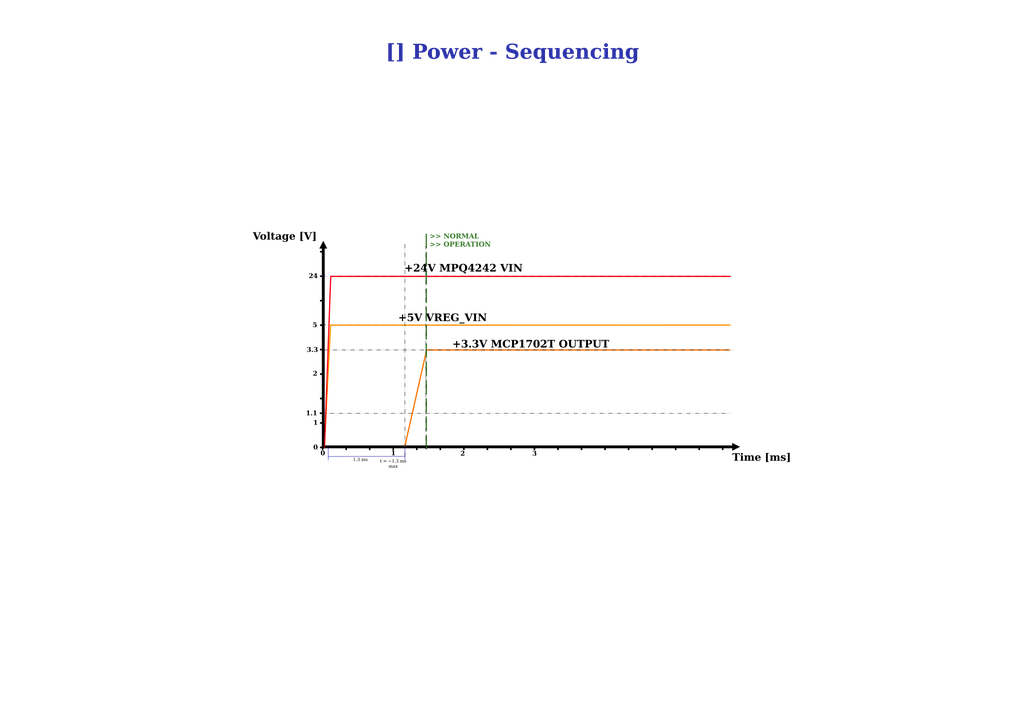
<source format=kicad_sch>
(kicad_sch
	(version 20250114)
	(generator "eeschema")
	(generator_version "9.0")
	(uuid "26e99a33-043b-499d-a26e-816ff79b487a")
	(paper "A3")
	(title_block
		(title "Power - Sequencing")
		(date "2025-01-12")
		(rev "${REVISION}")
		(company "${COMPANY}")
	)
	(lib_symbols)
	(rectangle
		(start 132.08 101.219)
		(end 133.096 183.769)
		(stroke
			(width 0)
			(type default)
			(color 0 0 0 1)
		)
		(fill
			(type color)
			(color 0 0 0 1)
		)
		(uuid 19210730-3421-4864-af6c-14d3c68ea47c)
	)
	(rectangle
		(start 276.86 183.007)
		(end 277.368 184.531)
		(stroke
			(width 0)
			(type default)
			(color 0 0 0 1)
		)
		(fill
			(type color)
			(color 0 0 0 1)
		)
		(uuid 1ca80d28-3f15-4416-a2aa-413a0e27da0a)
	)
	(rectangle
		(start 132.08 182.753)
		(end 300.482 183.769)
		(stroke
			(width 0)
			(type default)
			(color 0 0 0 1)
		)
		(fill
			(type color)
			(color 0 0 0 1)
		)
		(uuid 2906cb38-0b39-4dcb-a85a-2c96e43e13c3)
	)
	(rectangle
		(start 131.318 102.997)
		(end 132.842 103.505)
		(stroke
			(width 0)
			(type default)
			(color 0 0 0 1)
		)
		(fill
			(type color)
			(color 0 0 0 1)
		)
		(uuid 334719a5-6d79-4cff-b9e0-529be8743d1f)
	)
	(rectangle
		(start 131.2615 169.2403)
		(end 132.7855 169.7483)
		(stroke
			(width 0)
			(type default)
			(color 0 0 0 1)
		)
		(fill
			(type color)
			(color 0 0 0 1)
		)
		(uuid 345f571f-26ea-4256-aa3a-8af5558208e6)
	)
	(rectangle
		(start 257.556 183.007)
		(end 258.064 184.531)
		(stroke
			(width 0)
			(type default)
			(color 0 0 0 1)
		)
		(fill
			(type color)
			(color 0 0 0 1)
		)
		(uuid 41b97c95-f436-4f74-944e-4becc5c05da3)
	)
	(rectangle
		(start 132.08 183.007)
		(end 132.588 184.531)
		(stroke
			(width 0)
			(type default)
			(color 0 0 0 1)
		)
		(fill
			(type color)
			(color 0 0 0 1)
		)
		(uuid 49dd60ed-cba8-4046-9227-5ecba42958f8)
	)
	(rectangle
		(start 199.644 183.007)
		(end 200.152 184.531)
		(stroke
			(width 0)
			(type default)
			(color 0 0 0 1)
		)
		(fill
			(type color)
			(color 0 0 0 1)
		)
		(uuid 49ea2d21-d88f-4f95-8c94-e192896cd7b9)
	)
	(rectangle
		(start 247.904 183.007)
		(end 248.412 184.531)
		(stroke
			(width 0)
			(type default)
			(color 0 0 0 1)
		)
		(fill
			(type color)
			(color 0 0 0 1)
		)
		(uuid 584d5587-4a2c-4910-9f5c-ab5410b8d2ef)
	)
	(rectangle
		(start 267.208 183.007)
		(end 267.716 184.531)
		(stroke
			(width 0)
			(type default)
			(color 0 0 0 1)
		)
		(fill
			(type color)
			(color 0 0 0 1)
		)
		(uuid 616ffcd0-45d3-49fc-bcde-f4e88d10b6de)
	)
	(rectangle
		(start 131.318 173.228)
		(end 132.842 173.736)
		(stroke
			(width 0)
			(type default)
			(color 0 0 0 1)
		)
		(fill
			(type color)
			(color 0 0 0 1)
		)
		(uuid 66317a69-251c-4510-8cb1-4ca6080a75fe)
	)
	(rectangle
		(start 286.512 183.007)
		(end 287.02 184.531)
		(stroke
			(width 0)
			(type default)
			(color 0 0 0 1)
		)
		(fill
			(type color)
			(color 0 0 0 1)
		)
		(uuid 74c4edd7-5f25-4216-bee2-626ff79052ea)
	)
	(rectangle
		(start 131.318 113.03)
		(end 132.842 113.538)
		(stroke
			(width 0)
			(type default)
			(color 0 0 0 1)
		)
		(fill
			(type color)
			(color 0 0 0 1)
		)
		(uuid 777e0c92-69f8-464c-9de6-bda92dcb93db)
	)
	(rectangle
		(start 209.296 183.007)
		(end 209.804 184.531)
		(stroke
			(width 0)
			(type default)
			(color 0 0 0 1)
		)
		(fill
			(type color)
			(color 0 0 0 1)
		)
		(uuid 8418a7d9-85ff-45db-92ed-e811520ee199)
	)
	(rectangle
		(start 228.6 183.007)
		(end 229.108 184.531)
		(stroke
			(width 0)
			(type default)
			(color 0 0 0 1)
		)
		(fill
			(type color)
			(color 0 0 0 1)
		)
		(uuid 878bc62c-9930-43cc-88d4-a7977c36d4a0)
	)
	(rectangle
		(start 296.164 183.007)
		(end 296.672 184.531)
		(stroke
			(width 0)
			(type default)
			(color 0 0 0 1)
		)
		(fill
			(type color)
			(color 0 0 0 1)
		)
		(uuid 8846f58c-551c-4513-b52c-f9f9879e9bf5)
	)
	(rectangle
		(start 131.318 143.129)
		(end 132.842 143.637)
		(stroke
			(width 0)
			(type default)
			(color 0 0 0 1)
		)
		(fill
			(type color)
			(color 0 0 0 1)
		)
		(uuid 8ad88dda-9478-4963-8520-41bfa235d236)
	)
	(rectangle
		(start 170.688 183.007)
		(end 171.196 184.531)
		(stroke
			(width 0)
			(type default)
			(color 0 0 0 1)
		)
		(fill
			(type color)
			(color 0 0 0 1)
		)
		(uuid 928feb2d-6072-4041-8bb6-c35203c255b0)
	)
	(rectangle
		(start 189.992 183.007)
		(end 190.5 184.531)
		(stroke
			(width 0)
			(type default)
			(color 0 0 0 1)
		)
		(fill
			(type color)
			(color 0 0 0 1)
		)
		(uuid 9db1c5dd-0069-485a-bae6-3c75d933a70a)
	)
	(rectangle
		(start 180.34 183.007)
		(end 180.848 184.531)
		(stroke
			(width 0)
			(type default)
			(color 0 0 0 1)
		)
		(fill
			(type color)
			(color 0 0 0 1)
		)
		(uuid a010f002-9ca1-4936-8ac9-4ff0c5579b2f)
	)
	(rectangle
		(start 218.948 183.007)
		(end 219.456 184.531)
		(stroke
			(width 0)
			(type default)
			(color 0 0 0 1)
		)
		(fill
			(type color)
			(color 0 0 0 1)
		)
		(uuid a6ecd42e-e547-4e3a-b528-2c050db61570)
	)
	(rectangle
		(start 141.732 183.007)
		(end 142.24 184.531)
		(stroke
			(width 0)
			(type default)
			(color 0 0 0 1)
		)
		(fill
			(type color)
			(color 0 0 0 1)
		)
		(uuid a8d7d844-d464-4e46-a2e9-43ce3a52b56d)
	)
	(rectangle
		(start 238.252 183.007)
		(end 238.76 184.531)
		(stroke
			(width 0)
			(type default)
			(color 0 0 0 1)
		)
		(fill
			(type color)
			(color 0 0 0 1)
		)
		(uuid b47fefae-6708-4ab5-ab5d-ad7326550712)
	)
	(rectangle
		(start 131.318 183.261)
		(end 132.842 183.769)
		(stroke
			(width 0)
			(type default)
			(color 0 0 0 1)
		)
		(fill
			(type color)
			(color 0 0 0 1)
		)
		(uuid da7f23d6-c4e2-4d41-b6ad-892d43c05038)
	)
	(rectangle
		(start 161.036 183.007)
		(end 161.544 184.531)
		(stroke
			(width 0)
			(type default)
			(color 0 0 0 1)
		)
		(fill
			(type color)
			(color 0 0 0 1)
		)
		(uuid dd3667b2-f902-4e9b-ab75-a5ea6ee4b59f)
	)
	(rectangle
		(start 131.318 123.063)
		(end 132.842 123.571)
		(stroke
			(width 0)
			(type default)
			(color 0 0 0 1)
		)
		(fill
			(type color)
			(color 0 0 0 1)
		)
		(uuid dfbc620c-d5b4-45f1-8d76-86ab614199b1)
	)
	(rectangle
		(start 131.318 133.096)
		(end 132.842 133.604)
		(stroke
			(width 0)
			(type default)
			(color 0 0 0 1)
		)
		(fill
			(type color)
			(color 0 0 0 1)
		)
		(uuid ec608803-f220-4d79-a0da-9941d90a54d3)
	)
	(rectangle
		(start 131.318 163.195)
		(end 132.842 163.703)
		(stroke
			(width 0)
			(type default)
			(color 0 0 0 1)
		)
		(fill
			(type color)
			(color 0 0 0 1)
		)
		(uuid efeb9ebf-636a-42ba-9127-a602650476c3)
	)
	(rectangle
		(start 151.384 183.007)
		(end 151.892 184.531)
		(stroke
			(width 0)
			(type default)
			(color 0 0 0 1)
		)
		(fill
			(type color)
			(color 0 0 0 1)
		)
		(uuid f466cfde-1e67-46d4-a2dc-da4000a28b97)
	)
	(rectangle
		(start 131.318 153.162)
		(end 132.842 153.67)
		(stroke
			(width 0)
			(type default)
			(color 0 0 0 1)
		)
		(fill
			(type color)
			(color 0 0 0 1)
		)
		(uuid ffa45646-9489-4f43-a0ee-4e60dc06be5e)
	)
	(text "Time [ms]"
		(exclude_from_sim no)
		(at 300.355 190.5 0)
		(effects
			(font
				(face "Times New Roman")
				(size 3 3)
				(thickness 0.4)
				(bold yes)
				(color 0 0 0 1)
			)
			(justify left bottom)
		)
		(uuid "4f732de9-564a-4504-8597-b7ebb2e2ac22")
	)
	(text ">> NORMAL \n>> OPERATION"
		(exclude_from_sim no)
		(at 176.2442 102.2628 0)
		(effects
			(font
				(face "Times New Roman")
				(size 2 2)
				(thickness 0.4)
				(bold yes)
				(color 53 123 38 1)
			)
			(justify left bottom)
		)
		(uuid "fe7a1635-6af6-49fe-9faa-47312e8be865")
	)
	(text "Voltage [V]"
		(exclude_from_sim no)
		(at 129.921 99.822 0)
		(effects
			(font
				(face "Times New Roman")
				(size 3 3)
				(thickness 0.4)
				(bold yes)
				(color 0 0 0 1)
			)
			(justify right bottom)
		)
		(uuid "fed32974-b76d-41da-aced-1c3bde8f6dcc")
	)
	(text_box "+24V MPQ4242 VIN"
		(exclude_from_sim no)
		(at 163.576 106.045 0)
		(size 73.66 7.62)
		(margins 2.2859 2.2859 2.2859 2.2859)
		(stroke
			(width -0.0001)
			(type solid)
		)
		(fill
			(type none)
		)
		(effects
			(font
				(face "Times New Roman")
				(size 3.048 3.048)
				(thickness 0.4572)
				(bold yes)
				(color 0 0 0 1)
			)
			(justify left top)
		)
		(uuid "0d5fbced-40d0-4d9f-881c-b149734248b1")
	)
	(text_box "3"
		(exclude_from_sim no)
		(at 217.5192 184.8128 0)
		(size 3.429 2.54)
		(margins 0.9524 0.9524 0.9524 0.9524)
		(stroke
			(width -0.0001)
			(type solid)
		)
		(fill
			(type none)
		)
		(effects
			(font
				(face "Times New Roman")
				(size 1.905 1.905)
				(bold yes)
				(color 0 0 0 1)
			)
		)
		(uuid "1503e446-992f-4f8e-a74a-06a6eb87d424")
	)
	(text_box "5"
		(exclude_from_sim no)
		(at 124.1742 132.1078 0)
		(size 6.858 2.54)
		(margins 0.9524 0.9524 0.9524 0.9524)
		(stroke
			(width -0.0001)
			(type solid)
		)
		(fill
			(type none)
		)
		(effects
			(font
				(face "Times New Roman")
				(size 1.905 1.905)
				(bold yes)
				(color 0 0 0 1)
			)
			(justify right)
		)
		(uuid "29178aea-3b4c-438a-8cb9-541c4456a7bd")
	)
	(text_box "1.1"
		(exclude_from_sim no)
		(at 124.206 168.275 0)
		(size 6.858 2.54)
		(margins 0.9524 0.9524 0.9524 0.9524)
		(stroke
			(width -0.0001)
			(type solid)
		)
		(fill
			(type none)
		)
		(effects
			(font
				(face "Times New Roman")
				(size 1.905 1.905)
				(bold yes)
				(color 0 0 0 1)
			)
			(justify right)
		)
		(uuid "3fd1fc81-9a15-429e-9afa-b555540fe8f1")
	)
	(text_box "t = ~1.3 ms max"
		(exclude_from_sim no)
		(at 154.2873 188.96 0)
		(size 13.9699 2.54)
		(margins 0.9524 0.9524 0.9524 0.9524)
		(stroke
			(width -0.0001)
			(type solid)
		)
		(fill
			(type none)
		)
		(effects
			(font
				(face "Times New Roman")
				(size 1.27 1.27)
				(color 0 0 0 1)
			)
		)
		(uuid "43806e72-4d8f-41b7-9ce5-cb5ab67c2929")
	)
	(text_box "24"
		(exclude_from_sim no)
		(at 124.4346 111.9886 0)
		(size 6.858 2.54)
		(margins 0.9524 0.9524 0.9524 0.9524)
		(stroke
			(width -0.0001)
			(type solid)
		)
		(fill
			(type none)
		)
		(effects
			(font
				(face "Times New Roman")
				(size 1.905 1.905)
				(bold yes)
				(color 0 0 0 1)
			)
			(justify right)
		)
		(uuid "55e25fb9-f24f-4a4f-ad67-c3466c22ab27")
	)
	(text_box "1"
		(exclude_from_sim no)
		(at 124.4346 172.1866 0)
		(size 6.858 2.54)
		(margins 0.9524 0.9524 0.9524 0.9524)
		(stroke
			(width -0.0001)
			(type default)
		)
		(fill
			(type none)
		)
		(effects
			(font
				(face "Times New Roman")
				(size 1.905 1.905)
				(bold yes)
				(color 0 0 0 1)
			)
			(justify right)
		)
		(uuid "79b7beea-0ade-450f-83f0-a248f4e2badc")
	)
	(text_box "[${#}] ${TITLE}"
		(exclude_from_sim no)
		(at 12.7 15.24 0)
		(size 394.97 12.7)
		(margins 4.4999 4.4999 4.4999 4.4999)
		(stroke
			(width -0.0001)
			(type default)
		)
		(fill
			(type none)
		)
		(effects
			(font
				(face "Times New Roman")
				(size 6 6)
				(thickness 1.2)
				(bold yes)
				(color 43 49 168 1)
			)
		)
		(uuid "80f76b8d-52cb-49fe-9647-9cd8137cf5f3")
	)
	(text_box "+5V VREG_VIN"
		(exclude_from_sim no)
		(at 161.036 126.365 0)
		(size 73.66 7.62)
		(margins 2.2859 2.2859 2.2859 2.2859)
		(stroke
			(width -0.0001)
			(type solid)
		)
		(fill
			(type none)
		)
		(effects
			(font
				(face "Times New Roman")
				(size 3.048 3.048)
				(thickness 0.4572)
				(bold yes)
				(color 0 0 0 1)
			)
			(justify left top)
		)
		(uuid "93784885-41cd-49f2-81ba-8a264eed7a87")
	)
	(text_box "2"
		(exclude_from_sim no)
		(at 124.264 152.027 0)
		(size 6.858 2.54)
		(margins 0.9524 0.9524 0.9524 0.9524)
		(stroke
			(width -0.0001)
			(type default)
		)
		(fill
			(type none)
		)
		(effects
			(font
				(face "Times New Roman")
				(size 1.905 1.905)
				(bold yes)
				(color 0 0 0 1)
			)
			(justify right)
		)
		(uuid "a4133cad-3929-4307-9d09-92a3960fa150")
	)
	(text_box "▼"
		(exclude_from_sim no)
		(at 300.482 181.991 90)
		(size 2.54 2.54)
		(margins 2.2499 2.2499 2.2499 2.2499)
		(stroke
			(width -0.0001)
			(type default)
		)
		(fill
			(type none)
		)
		(effects
			(font
				(face "Times New Roman")
				(size 3 3)
				(color 0 0 0 1)
			)
		)
		(uuid "c68c1cc7-29d6-4d48-b036-472aa42ce160")
	)
	(text_box "3.3"
		(exclude_from_sim no)
		(at 124.5332 142.2469 0)
		(size 6.858 2.54)
		(margins 0.9524 0.9524 0.9524 0.9524)
		(stroke
			(width -0.0001)
			(type default)
		)
		(fill
			(type none)
		)
		(effects
			(font
				(face "Times New Roman")
				(size 1.905 1.905)
				(bold yes)
				(color 0 0 0 1)
			)
			(justify right)
		)
		(uuid "caca0215-43b9-4d3b-9c6b-4632645b9c1b")
	)
	(text_box "1"
		(exclude_from_sim no)
		(at 159.6136 184.6326 0)
		(size 3.429 2.54)
		(margins 0.9524 0.9524 0.9524 0.9524)
		(stroke
			(width -0.0001)
			(type solid)
		)
		(fill
			(type none)
		)
		(effects
			(font
				(face "Times New Roman")
				(size 1.905 1.905)
				(bold yes)
				(color 0 0 0 1)
			)
		)
		(uuid "cb139419-52e1-4f8c-8747-d27ea5a9f285")
	)
	(text_box "▲"
		(exclude_from_sim no)
		(at 131.318 98.933 0)
		(size 2.54 2.54)
		(margins 2.2499 2.2499 2.2499 2.2499)
		(stroke
			(width -0.0001)
			(type default)
		)
		(fill
			(type none)
		)
		(effects
			(font
				(face "Times New Roman")
				(size 3 3)
				(color 0 0 0 1)
			)
		)
		(uuid "ce862c32-942d-4261-b78d-c881c538d6d7")
	)
	(text_box "1.3 ms"
		(exclude_from_sim no)
		(at 134.5946 187.2996 0)
		(size 26.4414 2.54)
		(margins 0.9524 0.9524 0.9524 0.9524)
		(stroke
			(width -0.0001)
			(type solid)
		)
		(fill
			(type none)
		)
		(effects
			(font
				(face "Times New Roman")
				(size 1.27 1.27)
				(color 0 0 0 1)
			)
		)
		(uuid "d2d5961f-15ca-47f8-a00b-c90f1408965d")
	)
	(text_box "0"
		(exclude_from_sim no)
		(at 124.46 182.245 0)
		(size 6.858 2.54)
		(margins 0.9524 0.9524 0.9524 0.9524)
		(stroke
			(width -0.0001)
			(type default)
		)
		(fill
			(type none)
		)
		(effects
			(font
				(face "Times New Roman")
				(size 1.905 1.905)
				(bold yes)
				(color 0 0 0 1)
			)
			(justify right)
		)
		(uuid "d4d28267-8952-4967-8db5-755e9815b13e")
	)
	(text_box "0"
		(exclude_from_sim no)
		(at 130.683 184.658 0)
		(size 3.429 2.54)
		(margins 0.9524 0.9524 0.9524 0.9524)
		(stroke
			(width -0.0001)
			(type default)
		)
		(fill
			(type none)
		)
		(effects
			(font
				(face "Times New Roman")
				(size 1.905 1.905)
				(bold yes)
				(color 0 0 0 1)
			)
		)
		(uuid "e30e5330-46be-4646-9d04-064c6cb614e9")
	)
	(text_box "+3.3V MCP1702T OUTPUT"
		(exclude_from_sim no)
		(at 183.2292 137.1878 0)
		(size 73.66 7.62)
		(margins 2.2859 2.2859 2.2859 2.2859)
		(stroke
			(width -0.0001)
			(type solid)
		)
		(fill
			(type none)
		)
		(effects
			(font
				(face "Times New Roman")
				(size 3.048 3.048)
				(thickness 0.4572)
				(bold yes)
				(color 0 0 0 1)
			)
			(justify left top)
		)
		(uuid "e9b7c785-95ad-4078-a237-18a2e7e95024")
	)
	(text_box "2"
		(exclude_from_sim no)
		(at 188.0552 184.8128 0)
		(size 3.429 2.54)
		(margins 0.9524 0.9524 0.9524 0.9524)
		(stroke
			(width -0.0001)
			(type solid)
		)
		(fill
			(type none)
		)
		(effects
			(font
				(face "Times New Roman")
				(size 1.905 1.905)
				(bold yes)
				(color 0 0 0 1)
			)
		)
		(uuid "ecb67e85-5a27-4eb0-b04d-0daef61777c3")
	)
	(polyline
		(pts
			(xy 134.6454 187.2234) (xy 165.8509 187.188)
		)
		(stroke
			(width 0)
			(type default)
		)
		(uuid "0042dfeb-de58-44b6-a246-4d144b575785")
	)
	(polyline
		(pts
			(xy 131.826 169.545) (xy 299.466 169.545)
		)
		(stroke
			(width 0)
			(type dash_dot_dot)
			(color 0 0 0 0.5)
		)
		(uuid "0ae464e8-6dfd-4ddb-b943-7d20940f9105")
	)
	(polyline
		(pts
			(xy 135.7035 113.3736) (xy 299.5335 113.3736)
		)
		(stroke
			(width 0.5)
			(type default)
			(color 255 0 21 1)
		)
		(uuid "1ff89e25-773a-4f8d-8bf4-9df321bd5651")
	)
	(polyline
		(pts
			(xy 131.9232 133.2331) (xy 299.5632 133.2331)
		)
		(stroke
			(width 0)
			(type dash_dot_dot)
			(color 0 0 0 0.5)
		)
		(uuid "21c387ee-789a-4a36-b217-c50fd0dd1441")
	)
	(polyline
		(pts
			(xy 133.0642 182.9078) (xy 135.6042 133.3778)
		)
		(stroke
			(width 0.5)
			(type default)
			(color 255 148 0 1)
		)
		(uuid "2df874c3-dc65-4301-89cd-2b0c98b30976")
	)
	(polyline
		(pts
			(xy 166.0842 187.3528) (xy 166.0842 99.7228)
		)
		(stroke
			(width 0)
			(type dash_dot_dot)
			(color 0 0 0 0.5)
		)
		(uuid "651ff861-d1ab-4cee-ad47-b45bd02349af")
	)
	(polyline
		(pts
			(xy 131.8198 113.2219) (xy 299.4598 113.2219)
		)
		(stroke
			(width 0)
			(type dash_dot_dot)
		)
		(uuid "7bd37d2e-2312-4ae4-a058-63ecd784f788")
	)
	(polyline
		(pts
			(xy 135.6042 133.3778) (xy 299.4015 133.3269)
		)
		(stroke
			(width 0.5)
			(type default)
			(color 255 148 0 1)
		)
		(uuid "83e27ace-e0f3-45f7-9786-015a0cb41e66")
	)
	(polyline
		(pts
			(xy 174.6898 184.2887) (xy 174.6898 101.0052)
		)
		(stroke
			(width 0)
			(type dash_dot_dot)
			(color 0 0 0 0.5)
		)
		(uuid "852f92f5-32c2-47ad-b752-dd432f43264c")
	)
	(polyline
		(pts
			(xy 134.5946 183.2356) (xy 134.5946 188.4426)
		)
		(stroke
			(width 0)
			(type default)
		)
		(uuid "977873e6-4185-49ab-99a2-4821332ec3dd")
	)
	(polyline
		(pts
			(xy 166.0842 182.9078) (xy 174.9742 143.5378)
		)
		(stroke
			(width 0.5)
			(type default)
			(color 255 115 0 1)
		)
		(uuid "a06c3f95-43d8-4552-9aa7-38ebf87393d9")
	)
	(polyline
		(pts
			(xy 166.0842 183.5428) (xy 166.0842 188.6228)
		)
		(stroke
			(width 0)
			(type default)
		)
		(uuid "a3871a55-2b0c-478f-9028-ec0c1c33f8f4")
	)
	(polyline
		(pts
			(xy 134.5946 188.4426) (xy 134.5946 189.7126)
		)
		(stroke
			(width 0)
			(type dot)
		)
		(uuid "b6d783b1-447e-4602-967b-03984737310e")
	)
	(polyline
		(pts
			(xy 174.8472 184.0508) (xy 174.8472 96.0398)
		)
		(stroke
			(width 0.5)
			(type dash)
			(color 53 123 38 1)
		)
		(uuid "bc85d6d9-a037-4595-ba39-550a7cb32878")
	)
	(polyline
		(pts
			(xy 174.9742 143.5378) (xy 299.1961 143.5386)
		)
		(stroke
			(width 0.5)
			(type default)
			(color 255 115 0 1)
		)
		(uuid "be8b06ea-3d40-460a-8300-6704185a4e04")
	)
	(polyline
		(pts
			(xy 133.096 183.515) (xy 135.636 113.665)
		)
		(stroke
			(width 0.5)
			(type default)
			(color 255 0 21 1)
		)
		(uuid "cd382183-c9eb-481a-b7c4-e3a838d29662")
	)
	(polyline
		(pts
			(xy 133.0642 143.5378) (xy 300.7042 143.5378)
		)
		(stroke
			(width 0)
			(type dash_dot_dot)
			(color 0 0 0 0.5)
		)
		(uuid "ffbe23e2-00fc-4092-833e-f3feb02fd25e")
	)
)

</source>
